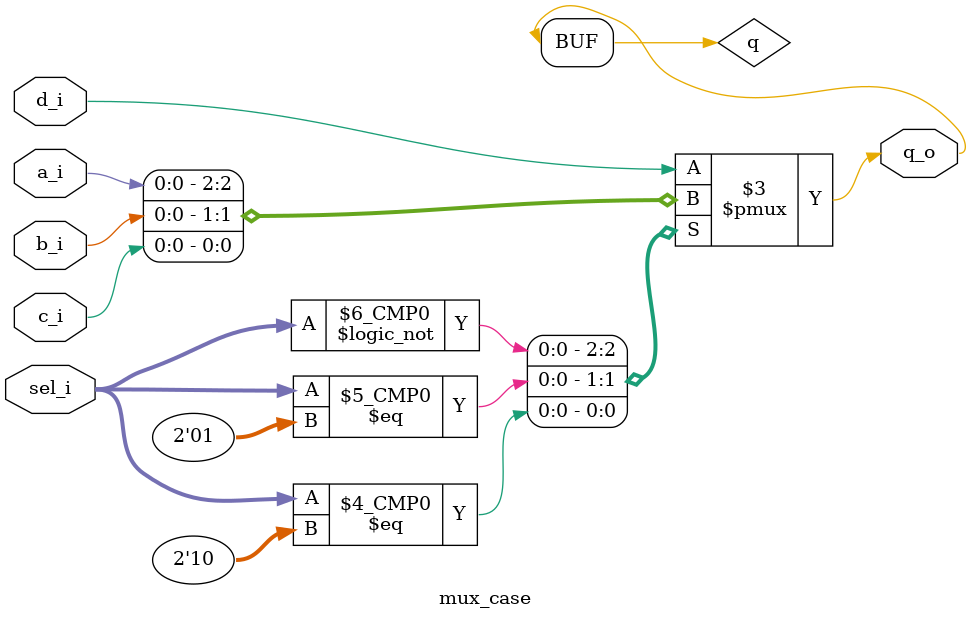
<source format=v>
module mux_case (
		input	a_i,
		input	b_i,
		input	c_i,
		input	d_i,
		input	[1:0]	sel_i,
		output	q_o
		);

	reg q;
	assign q_o = q;

	always@(*)
	begin
		case(sel_i)
			2'b00	: q = a_i;
			2'b01	: q = b_i;
			2'b10	: q = c_i;
			default	: q = d_i;
		endcase
	end

endmodule
	

</source>
